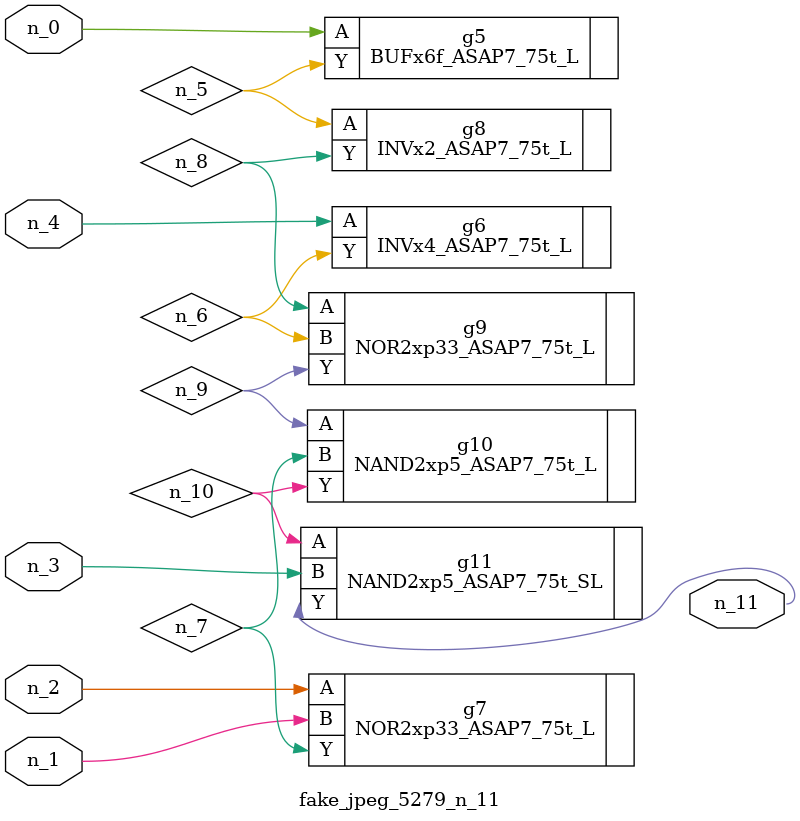
<source format=v>
module fake_jpeg_5279_n_11 (n_3, n_2, n_1, n_0, n_4, n_11);

input n_3;
input n_2;
input n_1;
input n_0;
input n_4;

output n_11;

wire n_10;
wire n_8;
wire n_9;
wire n_6;
wire n_5;
wire n_7;

BUFx6f_ASAP7_75t_L g5 ( 
.A(n_0),
.Y(n_5)
);

INVx4_ASAP7_75t_L g6 ( 
.A(n_4),
.Y(n_6)
);

NOR2xp33_ASAP7_75t_L g7 ( 
.A(n_2),
.B(n_1),
.Y(n_7)
);

INVx2_ASAP7_75t_L g8 ( 
.A(n_5),
.Y(n_8)
);

NOR2xp33_ASAP7_75t_L g9 ( 
.A(n_8),
.B(n_6),
.Y(n_9)
);

NAND2xp5_ASAP7_75t_L g10 ( 
.A(n_9),
.B(n_7),
.Y(n_10)
);

NAND2xp5_ASAP7_75t_SL g11 ( 
.A(n_10),
.B(n_3),
.Y(n_11)
);


endmodule
</source>
